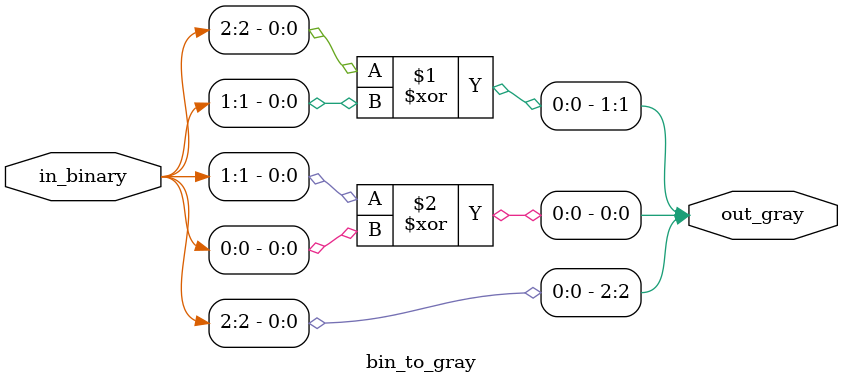
<source format=v>
module bin_to_gray(
    
    input wire [2:0] in_binary,

    output wire[2:0] out_gray
    );


    assign out_gray[2] = in_binary[2];
    assign out_gray[1] = in_binary[2] ^ in_binary[1];
    assign out_gray[0] = in_binary[1] ^ in_binary[0];

endmodule
</source>
